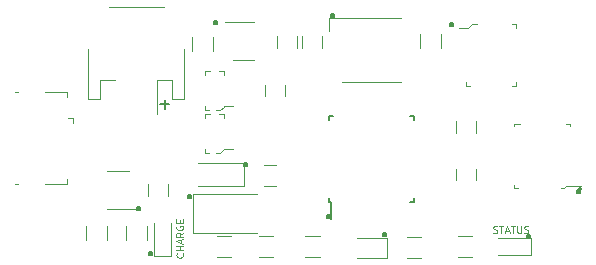
<source format=gto>
G04 #@! TF.GenerationSoftware,KiCad,Pcbnew,(5.0.0-rc2-dev-444-g2974a2c10)*
G04 #@! TF.CreationDate,2019-10-20T18:48:13-07:00*
G04 #@! TF.ProjectId,StringCar_M0_Express,537472696E674361725F4D305F457870,v04*
G04 #@! TF.SameCoordinates,Original*
G04 #@! TF.FileFunction,Legend,Top*
G04 #@! TF.FilePolarity,Positive*
%FSLAX46Y46*%
G04 Gerber Fmt 4.6, Leading zero omitted, Abs format (unit mm)*
G04 Created by KiCad (PCBNEW (5.0.0-rc2-dev-444-g2974a2c10)) date 10/20/19 18:48:13*
%MOMM*%
%LPD*%
G01*
G04 APERTURE LIST*
%ADD10C,0.150000*%
%ADD11C,0.200000*%
%ADD12C,0.120000*%
%ADD13C,0.100000*%
G04 APERTURE END LIST*
D10*
G36*
X137400000Y-113600000D02*
X137654000Y-113600000D01*
X137654000Y-113854000D01*
X137400000Y-113854000D01*
X137400000Y-113600000D01*
G37*
X137400000Y-113600000D02*
X137654000Y-113600000D01*
X137654000Y-113854000D01*
X137400000Y-113854000D01*
X137400000Y-113600000D01*
G36*
X105400000Y-115046000D02*
X105654000Y-115046000D01*
X105654000Y-115300000D01*
X105400000Y-115300000D01*
X105400000Y-115046000D01*
G37*
X105400000Y-115046000D02*
X105654000Y-115046000D01*
X105654000Y-115300000D01*
X105400000Y-115300000D01*
X105400000Y-115046000D01*
G36*
X125200000Y-113500000D02*
X125454000Y-113500000D01*
X125454000Y-113754000D01*
X125200000Y-113754000D01*
X125200000Y-113500000D01*
G37*
X125200000Y-113500000D02*
X125454000Y-113500000D01*
X125454000Y-113754000D01*
X125200000Y-113754000D01*
X125200000Y-113500000D01*
D11*
X106319047Y-102571428D02*
X107080952Y-102571428D01*
X106700000Y-102952380D02*
X106700000Y-102190476D01*
D10*
G36*
X110846000Y-95546000D02*
X111100000Y-95546000D01*
X111100000Y-95800000D01*
X110846000Y-95800000D01*
X110846000Y-95546000D01*
G37*
X110846000Y-95546000D02*
X111100000Y-95546000D01*
X111100000Y-95800000D01*
X110846000Y-95800000D01*
X110846000Y-95546000D01*
G36*
X113446000Y-107546000D02*
X113700000Y-107546000D01*
X113700000Y-107800000D01*
X113446000Y-107800000D01*
X113446000Y-107546000D01*
G37*
X113446000Y-107546000D02*
X113700000Y-107546000D01*
X113700000Y-107800000D01*
X113446000Y-107800000D01*
X113446000Y-107546000D01*
G36*
X108646000Y-110246000D02*
X108900000Y-110246000D01*
X108900000Y-110500000D01*
X108646000Y-110500000D01*
X108646000Y-110246000D01*
G37*
X108646000Y-110246000D02*
X108900000Y-110246000D01*
X108900000Y-110500000D01*
X108646000Y-110500000D01*
X108646000Y-110246000D01*
G36*
X104346000Y-111246000D02*
X104600000Y-111246000D01*
X104600000Y-111500000D01*
X104346000Y-111500000D01*
X104346000Y-111246000D01*
G37*
X104346000Y-111246000D02*
X104600000Y-111246000D01*
X104600000Y-111500000D01*
X104346000Y-111500000D01*
X104346000Y-111246000D01*
G36*
X141600000Y-109800000D02*
X141854000Y-109800000D01*
X141854000Y-110054000D01*
X141600000Y-110054000D01*
X141600000Y-109800000D01*
G37*
X141600000Y-109800000D02*
X141854000Y-109800000D01*
X141854000Y-110054000D01*
X141600000Y-110054000D01*
X141600000Y-109800000D01*
G36*
X120746000Y-94946000D02*
X121000000Y-94946000D01*
X121000000Y-95200000D01*
X120746000Y-95200000D01*
X120746000Y-94946000D01*
G37*
X120746000Y-94946000D02*
X121000000Y-94946000D01*
X121000000Y-95200000D01*
X120746000Y-95200000D01*
X120746000Y-94946000D01*
G36*
X120400000Y-111946000D02*
X120654000Y-111946000D01*
X120654000Y-112200000D01*
X120400000Y-112200000D01*
X120400000Y-111946000D01*
G37*
X120400000Y-111946000D02*
X120654000Y-111946000D01*
X120654000Y-112200000D01*
X120400000Y-112200000D01*
X120400000Y-111946000D01*
G36*
X130846000Y-95646000D02*
X131100000Y-95646000D01*
X131100000Y-95900000D01*
X130846000Y-95900000D01*
X130846000Y-95646000D01*
G37*
X130846000Y-95646000D02*
X131100000Y-95646000D01*
X131100000Y-95900000D01*
X130846000Y-95900000D01*
X130846000Y-95646000D01*
D12*
X108214285Y-115178000D02*
X108242857Y-115206571D01*
X108271428Y-115292285D01*
X108271428Y-115349428D01*
X108242857Y-115435142D01*
X108185714Y-115492285D01*
X108128571Y-115520857D01*
X108014285Y-115549428D01*
X107928571Y-115549428D01*
X107814285Y-115520857D01*
X107757142Y-115492285D01*
X107700000Y-115435142D01*
X107671428Y-115349428D01*
X107671428Y-115292285D01*
X107700000Y-115206571D01*
X107728571Y-115178000D01*
X108271428Y-114920857D02*
X107671428Y-114920857D01*
X107957142Y-114920857D02*
X107957142Y-114578000D01*
X108271428Y-114578000D02*
X107671428Y-114578000D01*
X108100000Y-114320857D02*
X108100000Y-114035142D01*
X108271428Y-114378000D02*
X107671428Y-114178000D01*
X108271428Y-113978000D01*
X108271428Y-113435142D02*
X107985714Y-113635142D01*
X108271428Y-113778000D02*
X107671428Y-113778000D01*
X107671428Y-113549428D01*
X107700000Y-113492285D01*
X107728571Y-113463714D01*
X107785714Y-113435142D01*
X107871428Y-113435142D01*
X107928571Y-113463714D01*
X107957142Y-113492285D01*
X107985714Y-113549428D01*
X107985714Y-113778000D01*
X107700000Y-112863714D02*
X107671428Y-112920857D01*
X107671428Y-113006571D01*
X107700000Y-113092285D01*
X107757142Y-113149428D01*
X107814285Y-113178000D01*
X107928571Y-113206571D01*
X108014285Y-113206571D01*
X108128571Y-113178000D01*
X108185714Y-113149428D01*
X108242857Y-113092285D01*
X108271428Y-113006571D01*
X108271428Y-112949428D01*
X108242857Y-112863714D01*
X108214285Y-112835142D01*
X108014285Y-112835142D01*
X108014285Y-112949428D01*
X107957142Y-112578000D02*
X107957142Y-112378000D01*
X108271428Y-112292285D02*
X108271428Y-112578000D01*
X107671428Y-112578000D01*
X107671428Y-112292285D01*
X134514285Y-113442857D02*
X134600000Y-113471428D01*
X134742857Y-113471428D01*
X134800000Y-113442857D01*
X134828571Y-113414285D01*
X134857142Y-113357142D01*
X134857142Y-113300000D01*
X134828571Y-113242857D01*
X134800000Y-113214285D01*
X134742857Y-113185714D01*
X134628571Y-113157142D01*
X134571428Y-113128571D01*
X134542857Y-113100000D01*
X134514285Y-113042857D01*
X134514285Y-112985714D01*
X134542857Y-112928571D01*
X134571428Y-112900000D01*
X134628571Y-112871428D01*
X134771428Y-112871428D01*
X134857142Y-112900000D01*
X135028571Y-112871428D02*
X135371428Y-112871428D01*
X135200000Y-113471428D02*
X135200000Y-112871428D01*
X135542857Y-113300000D02*
X135828571Y-113300000D01*
X135485714Y-113471428D02*
X135685714Y-112871428D01*
X135885714Y-113471428D01*
X136000000Y-112871428D02*
X136342857Y-112871428D01*
X136171428Y-113471428D02*
X136171428Y-112871428D01*
X136542857Y-112871428D02*
X136542857Y-113357142D01*
X136571428Y-113414285D01*
X136600000Y-113442857D01*
X136657142Y-113471428D01*
X136771428Y-113471428D01*
X136828571Y-113442857D01*
X136857142Y-113414285D01*
X136885714Y-113357142D01*
X136885714Y-112871428D01*
X137142857Y-113442857D02*
X137228571Y-113471428D01*
X137371428Y-113471428D01*
X137428571Y-113442857D01*
X137457142Y-113414285D01*
X137485714Y-113357142D01*
X137485714Y-113300000D01*
X137457142Y-113242857D01*
X137428571Y-113214285D01*
X137371428Y-113185714D01*
X137257142Y-113157142D01*
X137200000Y-113128571D01*
X137171428Y-113100000D01*
X137142857Y-113042857D01*
X137142857Y-112985714D01*
X137171428Y-112928571D01*
X137200000Y-112900000D01*
X137257142Y-112871428D01*
X137400000Y-112871428D01*
X137485714Y-112900000D01*
X105800000Y-115400000D02*
X107200000Y-115400000D01*
X107200000Y-115400000D02*
X107200000Y-112600000D01*
X105800000Y-115400000D02*
X105800000Y-112600000D01*
X137727141Y-115300000D02*
X137727141Y-113900000D01*
X137727141Y-113900000D02*
X134927141Y-113900000D01*
X137727141Y-115300000D02*
X134927141Y-115300000D01*
D13*
X136400000Y-101000000D02*
X136100000Y-101000000D01*
X136400000Y-100700000D02*
X136400000Y-101000000D01*
X136400000Y-95800000D02*
X136100000Y-95800000D01*
X136400000Y-96100000D02*
X136400000Y-95800000D01*
X132200000Y-101000000D02*
X132500000Y-101000000D01*
X132200000Y-100700000D02*
X132200000Y-101000000D01*
X132400000Y-96100000D02*
X131600000Y-96100000D01*
X132700000Y-95800000D02*
X132400000Y-96100000D01*
X133100000Y-95800000D02*
X132700000Y-95800000D01*
D10*
X120575000Y-110825000D02*
X120800000Y-110825000D01*
X120575000Y-103575000D02*
X120900000Y-103575000D01*
X127825000Y-103575000D02*
X127500000Y-103575000D01*
X127825000Y-110825000D02*
X127500000Y-110825000D01*
X120575000Y-110825000D02*
X120575000Y-110500000D01*
X127825000Y-110825000D02*
X127825000Y-110500000D01*
X127825000Y-103575000D02*
X127825000Y-103900000D01*
X120575000Y-103575000D02*
X120575000Y-103900000D01*
X120800000Y-110825000D02*
X120800000Y-112250000D01*
D12*
X115100000Y-109450000D02*
X116100000Y-109450000D01*
X116100000Y-107750000D02*
X115100000Y-107750000D01*
X133084961Y-105017179D02*
X133084961Y-104017179D01*
X131384961Y-104017179D02*
X131384961Y-105017179D01*
X132727141Y-115516064D02*
X131527141Y-115516064D01*
X131527141Y-113756064D02*
X132727141Y-113756064D01*
X128320000Y-97800000D02*
X128320000Y-96600000D01*
X130080000Y-96600000D02*
X130080000Y-97800000D01*
X131384961Y-108017179D02*
X131384961Y-109017179D01*
X133084961Y-109017179D02*
X133084961Y-108017179D01*
X117858814Y-97794058D02*
X117858814Y-96794058D01*
X116158814Y-96794058D02*
X116158814Y-97794058D01*
X105152016Y-112900000D02*
X105152016Y-114100000D01*
X103392016Y-114100000D02*
X103392016Y-112900000D01*
X110780000Y-96860000D02*
X110780000Y-98060000D01*
X109020000Y-98060000D02*
X109020000Y-96860000D01*
X119800000Y-115480000D02*
X118600000Y-115480000D01*
X118600000Y-113720000D02*
X119800000Y-113720000D01*
X120002148Y-97794058D02*
X120002148Y-96794058D01*
X118302148Y-96794058D02*
X118302148Y-97794058D01*
X106950000Y-110321323D02*
X106950000Y-109321323D01*
X105250000Y-109321323D02*
X105250000Y-110321323D01*
X98408000Y-101510000D02*
X98408000Y-101960000D01*
X96558000Y-101510000D02*
X98408000Y-101510000D01*
X94008000Y-109310000D02*
X94258000Y-109310000D01*
X94008000Y-101510000D02*
X94258000Y-101510000D01*
X96558000Y-109310000D02*
X98408000Y-109310000D01*
X98408000Y-109310000D02*
X98408000Y-108860000D01*
X98958000Y-103710000D02*
X98958000Y-104160000D01*
X98958000Y-103710000D02*
X98508000Y-103710000D01*
X106042000Y-100531000D02*
X106042000Y-103431000D01*
X106592000Y-94331000D02*
X101942000Y-94331000D01*
X101217000Y-100531000D02*
X102492000Y-100531000D01*
X101217000Y-102131000D02*
X101217000Y-100531000D01*
X100217000Y-102131000D02*
X101217000Y-102131000D01*
X100217000Y-97906000D02*
X100217000Y-102131000D01*
X108317000Y-102131000D02*
X108317000Y-97906000D01*
X107317000Y-102131000D02*
X108317000Y-102131000D01*
X107317000Y-100531000D02*
X107317000Y-102131000D01*
X106042000Y-100531000D02*
X107317000Y-100531000D01*
X126700000Y-100700000D02*
X121700000Y-100700000D01*
X120600000Y-96400000D02*
X120600000Y-95300000D01*
X120600000Y-95300000D02*
X126700000Y-95300000D01*
X101780000Y-112900000D02*
X101780000Y-114100000D01*
X100020000Y-114100000D02*
X100020000Y-112900000D01*
X114700000Y-113720000D02*
X115900000Y-113720000D01*
X115900000Y-115480000D02*
X114700000Y-115480000D01*
X101846033Y-111431323D02*
X104296033Y-111431323D01*
X103646033Y-108211323D02*
X101846033Y-108211323D01*
X114278333Y-95600000D02*
X111828333Y-95600000D01*
X112478333Y-98820000D02*
X114278333Y-98820000D01*
X113400000Y-109500000D02*
X113400000Y-107500000D01*
X113400000Y-107500000D02*
X109550000Y-107500000D01*
X113400000Y-109500000D02*
X109550000Y-109500000D01*
X109100000Y-110150000D02*
X114500000Y-110150000D01*
X109100000Y-113450000D02*
X114500000Y-113450000D01*
X109100000Y-110150000D02*
X109100000Y-113450000D01*
D13*
X110075000Y-106650000D02*
X110075000Y-106350000D01*
X110450000Y-106650000D02*
X110075000Y-106650000D01*
X110075000Y-103350000D02*
X110525000Y-103350000D01*
X110075000Y-103650000D02*
X110075000Y-103350000D01*
X110075000Y-103575000D02*
X110075000Y-103700000D01*
X111725000Y-103350000D02*
X111725000Y-103700000D01*
X111250000Y-103350000D02*
X111725000Y-103350000D01*
X111725000Y-106325000D02*
X112500000Y-106325000D01*
X111725000Y-106375000D02*
X111725000Y-106325000D01*
X111350000Y-106650000D02*
X111725000Y-106375000D01*
X111075000Y-106650000D02*
X111350000Y-106650000D01*
X111075000Y-103050000D02*
X111350000Y-103050000D01*
X111350000Y-103050000D02*
X111725000Y-102775000D01*
X111725000Y-102775000D02*
X111725000Y-102725000D01*
X111725000Y-102725000D02*
X112500000Y-102725000D01*
X111250000Y-99750000D02*
X111725000Y-99750000D01*
X111725000Y-99750000D02*
X111725000Y-100100000D01*
X110075000Y-99975000D02*
X110075000Y-100100000D01*
X110075000Y-100050000D02*
X110075000Y-99750000D01*
X110075000Y-99750000D02*
X110525000Y-99750000D01*
X110450000Y-103050000D02*
X110075000Y-103050000D01*
X110075000Y-103050000D02*
X110075000Y-102750000D01*
D12*
X128400000Y-115580000D02*
X127200000Y-115580000D01*
X127200000Y-113820000D02*
X128400000Y-113820000D01*
X112300000Y-115480000D02*
X111100000Y-115480000D01*
X111100000Y-113720000D02*
X112300000Y-113720000D01*
X125500000Y-115550000D02*
X122950000Y-115550000D01*
X125500000Y-113850000D02*
X122950000Y-113850000D01*
X125500000Y-115550000D02*
X125500000Y-113850000D01*
D13*
X140234961Y-109617179D02*
X140534961Y-109617179D01*
X140534961Y-109617179D02*
X140634961Y-109517179D01*
X140634961Y-109517179D02*
X141934961Y-109517179D01*
X141034961Y-104417179D02*
X141034961Y-104217179D01*
X141034961Y-104217179D02*
X140634961Y-104217179D01*
X136234961Y-109417179D02*
X136234961Y-109617179D01*
X136234961Y-109617179D02*
X136634961Y-109617179D01*
X136234961Y-104317179D02*
X136234961Y-104417179D01*
X136234961Y-104417179D02*
X136234961Y-104217179D01*
X136234961Y-104217179D02*
X136734961Y-104217179D01*
D10*
G36*
X141784961Y-109767179D02*
X141784961Y-109617179D01*
X141934961Y-109617179D01*
X141934961Y-109767179D01*
X141784961Y-109767179D01*
G37*
X141784961Y-109767179D02*
X141784961Y-109617179D01*
X141934961Y-109617179D01*
X141934961Y-109767179D01*
X141784961Y-109767179D01*
D12*
X115150000Y-100900000D02*
X115150000Y-101900000D01*
X116850000Y-101900000D02*
X116850000Y-100900000D01*
M02*

</source>
